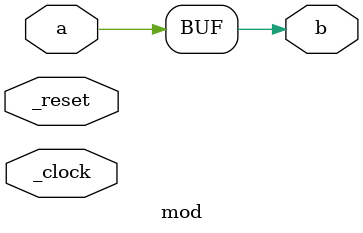
<source format=v>
module mod(_clock,_reset,a,b);
	input _clock;
	input _reset;

	input a;
	output b;
	assign b=a;
	endmodule

</source>
